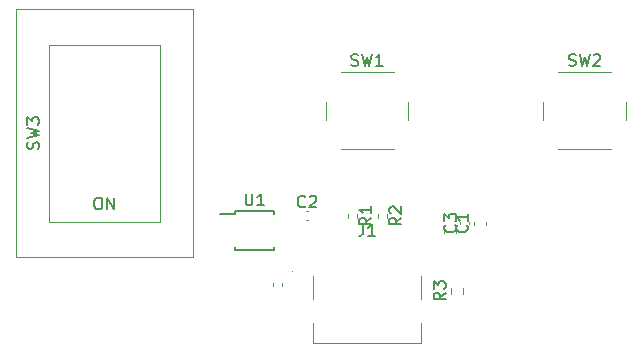
<source format=gbr>
%TF.GenerationSoftware,KiCad,Pcbnew,(6.0.5)*%
%TF.CreationDate,2022-10-18T17:57:13+09:00*%
%TF.ProjectId,IO_Board,494f5f42-6f61-4726-942e-6b696361645f,rev?*%
%TF.SameCoordinates,Original*%
%TF.FileFunction,Legend,Top*%
%TF.FilePolarity,Positive*%
%FSLAX46Y46*%
G04 Gerber Fmt 4.6, Leading zero omitted, Abs format (unit mm)*
G04 Created by KiCad (PCBNEW (6.0.5)) date 2022-10-18 17:57:13*
%MOMM*%
%LPD*%
G01*
G04 APERTURE LIST*
%ADD10C,0.150000*%
%ADD11C,0.120000*%
%ADD12C,0.100000*%
G04 APERTURE END LIST*
D10*
%TO.C,C2*%
X145883333Y-102067142D02*
X145835714Y-102114761D01*
X145692857Y-102162380D01*
X145597619Y-102162380D01*
X145454761Y-102114761D01*
X145359523Y-102019523D01*
X145311904Y-101924285D01*
X145264285Y-101733809D01*
X145264285Y-101590952D01*
X145311904Y-101400476D01*
X145359523Y-101305238D01*
X145454761Y-101210000D01*
X145597619Y-101162380D01*
X145692857Y-101162380D01*
X145835714Y-101210000D01*
X145883333Y-101257619D01*
X146264285Y-101257619D02*
X146311904Y-101210000D01*
X146407142Y-101162380D01*
X146645238Y-101162380D01*
X146740476Y-101210000D01*
X146788095Y-101257619D01*
X146835714Y-101352857D01*
X146835714Y-101448095D01*
X146788095Y-101590952D01*
X146216666Y-102162380D01*
X146835714Y-102162380D01*
%TO.C,U1*%
X140843095Y-100992380D02*
X140843095Y-101801904D01*
X140890714Y-101897142D01*
X140938333Y-101944761D01*
X141033571Y-101992380D01*
X141224047Y-101992380D01*
X141319285Y-101944761D01*
X141366904Y-101897142D01*
X141414523Y-101801904D01*
X141414523Y-100992380D01*
X142414523Y-101992380D02*
X141843095Y-101992380D01*
X142128809Y-101992380D02*
X142128809Y-100992380D01*
X142033571Y-101135238D01*
X141938333Y-101230476D01*
X141843095Y-101278095D01*
%TO.C,R3*%
X157772380Y-109386666D02*
X157296190Y-109720000D01*
X157772380Y-109958095D02*
X156772380Y-109958095D01*
X156772380Y-109577142D01*
X156820000Y-109481904D01*
X156867619Y-109434285D01*
X156962857Y-109386666D01*
X157105714Y-109386666D01*
X157200952Y-109434285D01*
X157248571Y-109481904D01*
X157296190Y-109577142D01*
X157296190Y-109958095D01*
X156772380Y-109053333D02*
X156772380Y-108434285D01*
X157153333Y-108767619D01*
X157153333Y-108624761D01*
X157200952Y-108529523D01*
X157248571Y-108481904D01*
X157343809Y-108434285D01*
X157581904Y-108434285D01*
X157677142Y-108481904D01*
X157724761Y-108529523D01*
X157772380Y-108624761D01*
X157772380Y-108910476D01*
X157724761Y-109005714D01*
X157677142Y-109053333D01*
%TO.C,J1*%
X150796666Y-103592380D02*
X150796666Y-104306666D01*
X150749047Y-104449523D01*
X150653809Y-104544761D01*
X150510952Y-104592380D01*
X150415714Y-104592380D01*
X151796666Y-104592380D02*
X151225238Y-104592380D01*
X151510952Y-104592380D02*
X151510952Y-103592380D01*
X151415714Y-103735238D01*
X151320476Y-103830476D01*
X151225238Y-103878095D01*
%TO.C,SW1*%
X149796666Y-90134761D02*
X149939523Y-90182380D01*
X150177619Y-90182380D01*
X150272857Y-90134761D01*
X150320476Y-90087142D01*
X150368095Y-89991904D01*
X150368095Y-89896666D01*
X150320476Y-89801428D01*
X150272857Y-89753809D01*
X150177619Y-89706190D01*
X149987142Y-89658571D01*
X149891904Y-89610952D01*
X149844285Y-89563333D01*
X149796666Y-89468095D01*
X149796666Y-89372857D01*
X149844285Y-89277619D01*
X149891904Y-89230000D01*
X149987142Y-89182380D01*
X150225238Y-89182380D01*
X150368095Y-89230000D01*
X150701428Y-89182380D02*
X150939523Y-90182380D01*
X151130000Y-89468095D01*
X151320476Y-90182380D01*
X151558571Y-89182380D01*
X152463333Y-90182380D02*
X151891904Y-90182380D01*
X152177619Y-90182380D02*
X152177619Y-89182380D01*
X152082380Y-89325238D01*
X151987142Y-89420476D01*
X151891904Y-89468095D01*
%TO.C,SW2*%
X168211666Y-90134761D02*
X168354523Y-90182380D01*
X168592619Y-90182380D01*
X168687857Y-90134761D01*
X168735476Y-90087142D01*
X168783095Y-89991904D01*
X168783095Y-89896666D01*
X168735476Y-89801428D01*
X168687857Y-89753809D01*
X168592619Y-89706190D01*
X168402142Y-89658571D01*
X168306904Y-89610952D01*
X168259285Y-89563333D01*
X168211666Y-89468095D01*
X168211666Y-89372857D01*
X168259285Y-89277619D01*
X168306904Y-89230000D01*
X168402142Y-89182380D01*
X168640238Y-89182380D01*
X168783095Y-89230000D01*
X169116428Y-89182380D02*
X169354523Y-90182380D01*
X169545000Y-89468095D01*
X169735476Y-90182380D01*
X169973571Y-89182380D01*
X170306904Y-89277619D02*
X170354523Y-89230000D01*
X170449761Y-89182380D01*
X170687857Y-89182380D01*
X170783095Y-89230000D01*
X170830714Y-89277619D01*
X170878333Y-89372857D01*
X170878333Y-89468095D01*
X170830714Y-89610952D01*
X170259285Y-90182380D01*
X170878333Y-90182380D01*
%TO.C,C1*%
X159582142Y-103671666D02*
X159629761Y-103719285D01*
X159677380Y-103862142D01*
X159677380Y-103957380D01*
X159629761Y-104100238D01*
X159534523Y-104195476D01*
X159439285Y-104243095D01*
X159248809Y-104290714D01*
X159105952Y-104290714D01*
X158915476Y-104243095D01*
X158820238Y-104195476D01*
X158725000Y-104100238D01*
X158677380Y-103957380D01*
X158677380Y-103862142D01*
X158725000Y-103719285D01*
X158772619Y-103671666D01*
X159677380Y-102719285D02*
X159677380Y-103290714D01*
X159677380Y-103005000D02*
X158677380Y-103005000D01*
X158820238Y-103100238D01*
X158915476Y-103195476D01*
X158963095Y-103290714D01*
%TO.C,SW3*%
X123309761Y-97218333D02*
X123357380Y-97075476D01*
X123357380Y-96837380D01*
X123309761Y-96742142D01*
X123262142Y-96694523D01*
X123166904Y-96646904D01*
X123071666Y-96646904D01*
X122976428Y-96694523D01*
X122928809Y-96742142D01*
X122881190Y-96837380D01*
X122833571Y-97027857D01*
X122785952Y-97123095D01*
X122738333Y-97170714D01*
X122643095Y-97218333D01*
X122547857Y-97218333D01*
X122452619Y-97170714D01*
X122405000Y-97123095D01*
X122357380Y-97027857D01*
X122357380Y-96789761D01*
X122405000Y-96646904D01*
X122357380Y-96313571D02*
X123357380Y-96075476D01*
X122643095Y-95885000D01*
X123357380Y-95694523D01*
X122357380Y-95456428D01*
X122357380Y-95170714D02*
X122357380Y-94551666D01*
X122738333Y-94885000D01*
X122738333Y-94742142D01*
X122785952Y-94646904D01*
X122833571Y-94599285D01*
X122928809Y-94551666D01*
X123166904Y-94551666D01*
X123262142Y-94599285D01*
X123309761Y-94646904D01*
X123357380Y-94742142D01*
X123357380Y-95027857D01*
X123309761Y-95123095D01*
X123262142Y-95170714D01*
X128285952Y-101337380D02*
X128476428Y-101337380D01*
X128571666Y-101385000D01*
X128666904Y-101480238D01*
X128714523Y-101670714D01*
X128714523Y-102004047D01*
X128666904Y-102194523D01*
X128571666Y-102289761D01*
X128476428Y-102337380D01*
X128285952Y-102337380D01*
X128190714Y-102289761D01*
X128095476Y-102194523D01*
X128047857Y-102004047D01*
X128047857Y-101670714D01*
X128095476Y-101480238D01*
X128190714Y-101385000D01*
X128285952Y-101337380D01*
X129143095Y-102337380D02*
X129143095Y-101337380D01*
X129714523Y-102337380D01*
X129714523Y-101337380D01*
%TO.C,C3*%
X158582142Y-103671666D02*
X158629761Y-103719285D01*
X158677380Y-103862142D01*
X158677380Y-103957380D01*
X158629761Y-104100238D01*
X158534523Y-104195476D01*
X158439285Y-104243095D01*
X158248809Y-104290714D01*
X158105952Y-104290714D01*
X157915476Y-104243095D01*
X157820238Y-104195476D01*
X157725000Y-104100238D01*
X157677380Y-103957380D01*
X157677380Y-103862142D01*
X157725000Y-103719285D01*
X157772619Y-103671666D01*
X157677380Y-103338333D02*
X157677380Y-102719285D01*
X158058333Y-103052619D01*
X158058333Y-102909761D01*
X158105952Y-102814523D01*
X158153571Y-102766904D01*
X158248809Y-102719285D01*
X158486904Y-102719285D01*
X158582142Y-102766904D01*
X158629761Y-102814523D01*
X158677380Y-102909761D01*
X158677380Y-103195476D01*
X158629761Y-103290714D01*
X158582142Y-103338333D01*
%TO.C,R1*%
X151482380Y-103036666D02*
X151006190Y-103370000D01*
X151482380Y-103608095D02*
X150482380Y-103608095D01*
X150482380Y-103227142D01*
X150530000Y-103131904D01*
X150577619Y-103084285D01*
X150672857Y-103036666D01*
X150815714Y-103036666D01*
X150910952Y-103084285D01*
X150958571Y-103131904D01*
X151006190Y-103227142D01*
X151006190Y-103608095D01*
X151482380Y-102084285D02*
X151482380Y-102655714D01*
X151482380Y-102370000D02*
X150482380Y-102370000D01*
X150625238Y-102465238D01*
X150720476Y-102560476D01*
X150768095Y-102655714D01*
%TO.C,R2*%
X154022380Y-103036666D02*
X153546190Y-103370000D01*
X154022380Y-103608095D02*
X153022380Y-103608095D01*
X153022380Y-103227142D01*
X153070000Y-103131904D01*
X153117619Y-103084285D01*
X153212857Y-103036666D01*
X153355714Y-103036666D01*
X153450952Y-103084285D01*
X153498571Y-103131904D01*
X153546190Y-103227142D01*
X153546190Y-103608095D01*
X153117619Y-102655714D02*
X153070000Y-102608095D01*
X153022380Y-102512857D01*
X153022380Y-102274761D01*
X153070000Y-102179523D01*
X153117619Y-102131904D01*
X153212857Y-102084285D01*
X153308095Y-102084285D01*
X153450952Y-102131904D01*
X154022380Y-102703333D01*
X154022380Y-102084285D01*
D11*
%TO.C,C2*%
X145942164Y-102510000D02*
X146157836Y-102510000D01*
X145942164Y-103230000D02*
X146157836Y-103230000D01*
D10*
%TO.C,U1*%
X139930000Y-102465000D02*
X139930000Y-102690000D01*
X139930000Y-105815000D02*
X143280000Y-105815000D01*
X143280000Y-102465000D02*
X143280000Y-102765000D01*
X139930000Y-102465000D02*
X143280000Y-102465000D01*
X143280000Y-105815000D02*
X143280000Y-105515000D01*
X139930000Y-102690000D02*
X138705000Y-102690000D01*
X139930000Y-105815000D02*
X139930000Y-105515000D01*
D11*
%TO.C,R3*%
X158227500Y-109457258D02*
X158227500Y-108982742D01*
X159272500Y-109457258D02*
X159272500Y-108982742D01*
%TO.C,R4*%
X143130000Y-108556359D02*
X143130000Y-108863641D01*
X143890000Y-108556359D02*
X143890000Y-108863641D01*
%TO.C,J1*%
X155710000Y-113640000D02*
X146550000Y-113640000D01*
X155710000Y-109925000D02*
X155710000Y-108005000D01*
X146550000Y-113640000D02*
X146550000Y-111935000D01*
X146550000Y-108005000D02*
X146550000Y-109925000D01*
X155710000Y-111935000D02*
X155710000Y-113640000D01*
%TO.C,SW1*%
X147630000Y-93230000D02*
X147630000Y-94730000D01*
X154630000Y-94730000D02*
X154630000Y-93230000D01*
X148880000Y-97230000D02*
X153380000Y-97230000D01*
X153380000Y-90730000D02*
X148880000Y-90730000D01*
%TO.C,F1*%
X158625000Y-104302779D02*
X158625000Y-103977221D01*
X157605000Y-104302779D02*
X157605000Y-103977221D01*
%TO.C,SW2*%
X167295000Y-97230000D02*
X171795000Y-97230000D01*
X173045000Y-94730000D02*
X173045000Y-93230000D01*
X166045000Y-93230000D02*
X166045000Y-94730000D01*
X171795000Y-90730000D02*
X167295000Y-90730000D01*
%TO.C,C1*%
X160145000Y-103645580D02*
X160145000Y-103364420D01*
X161165000Y-103645580D02*
X161165000Y-103364420D01*
%TO.C,SW3*%
X124205000Y-103385000D02*
X128905000Y-103385000D01*
X136405000Y-85385000D02*
X121405000Y-85385000D01*
X133605000Y-103385000D02*
X133605000Y-88385000D01*
X136405000Y-106385000D02*
X136405000Y-85385000D01*
X128905000Y-106385000D02*
X136405000Y-106385000D01*
X121405000Y-106385000D02*
X128905000Y-106385000D01*
X133605000Y-88385000D02*
X124205000Y-88385000D01*
X128905000Y-103385000D02*
X133605000Y-103385000D01*
X121405000Y-85385000D02*
X121405000Y-106385000D01*
X124205000Y-88385000D02*
X124205000Y-103385000D01*
D12*
%TO.C,D1*%
X157530000Y-108130000D02*
G75*
G03*
X157530000Y-108130000I-50000J0D01*
G01*
D11*
%TO.C,C3*%
X159025000Y-103612836D02*
X159025000Y-103397164D01*
X159745000Y-103612836D02*
X159745000Y-103397164D01*
%TO.C,R1*%
X150240000Y-102716359D02*
X150240000Y-103023641D01*
X149480000Y-102716359D02*
X149480000Y-103023641D01*
D12*
%TO.C,D2*%
X144830000Y-107620000D02*
G75*
G03*
X144830000Y-107620000I-50000J0D01*
G01*
D11*
%TO.C,R2*%
X152020000Y-102716359D02*
X152020000Y-103023641D01*
X152780000Y-102716359D02*
X152780000Y-103023641D01*
%TD*%
M02*

</source>
